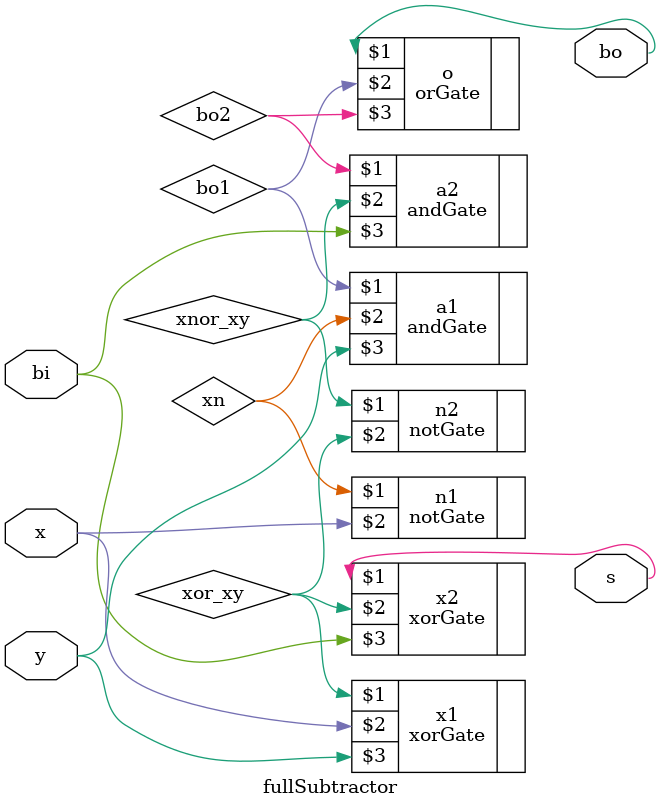
<source format=v>
`timescale 1ns/1ns

module fullSubtractor(
        output bo,
        output s,
        input x, y, bi
    );

    wire xor_xy, bo1, xnor_xy, bo2, xn;

    xorGate x1(xor_xy, x, y);
    xorGate x2(s, xor_xy, bi);
    
    notGate n1(xn, x);
    andGate a1(bo1, xn, y);
    notGate n2(xnor_xy, xor_xy);
    andGate a2(bo2, xnor_xy, bi);
    orGate o(bo, bo1, bo2);

endmodule
</source>
